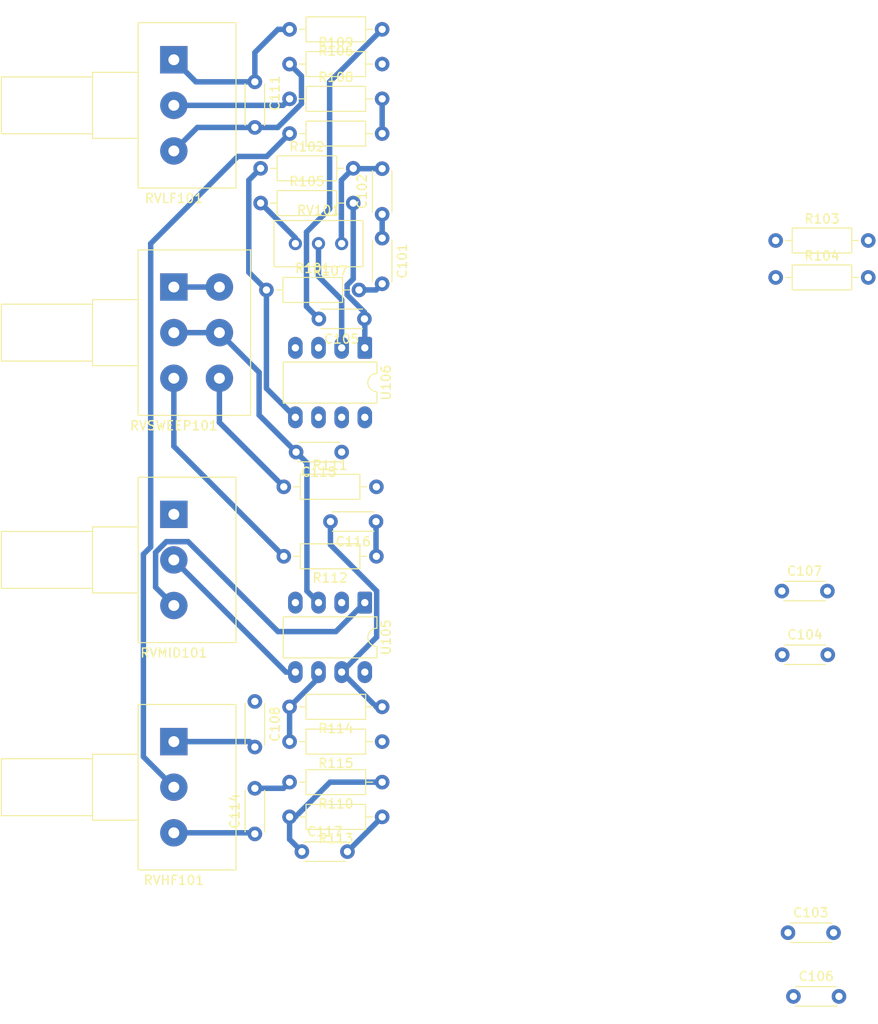
<source format=kicad_pcb>
(kicad_pcb (version 20241229) (generator "pcbnew") (generator_version "9.0")
  (layers (0 "F.Cu" signal) (2 "B.Cu" signal) (13 "F.Paste" user) (15 "B.Paste" user) (5 "F.SilkS" user "F.Silkscreen") (7 "B.SilkS" user "B.Silkscreen") (1 "F.Mask" user) (3 "B.Mask" user) (25 "Edge.Cuts" user))
  (net 0 "")
  (net 1 "GND")
  (net 2 "/OUT")
  (net 3 "/IN")
  (net 4 "+12V")
  (net 5 "-12V")
  (net 6 "Net-(U105A-+)")
  (net 7 "Net-(U105A--)")
  (net 8 "Net-(U105B--)")
  (net 9 "Net-(U105B-+)")
  (net 10 "Net-(U106A-+)")
  (net 11 "Net-(U106B--)")
  (net 12 "Net-(U106A--)")
  (net 13 "Net-(U105C-V+)")
  (net 14 "Net-(C102-Pad2)")
  (net 15 "Net-(U105C-V-)")
  (net 16 "Net-(C105-Pad1)")
  (net 17 "Net-(C105-Pad2)")
  (net 18 "Net-(C108-Pad2)")
  (net 19 "Net-(C111-Pad1)")
  (net 20 "Net-(C111-Pad2)")
  (net 21 "Net-(C114-Pad1)")
  (net 22 "Net-(C114-Pad2)")
  (net 23 "Net-(C116-Pad2)")
  (net 24 "Net-(C116-Pad1)")
  (net 25 "Net-(R105-Pad1)")
  (net 26 "Net-(R107-Pad2)")
  (net 27 "Net-(R108-Pad1)")
  (net 28 "Net-(R111-Pad1)")
  (net 29 "Net-(R112-Pad2)")
  (net 30 "Net-(RVSWEEP101-Pad1)")
  (footprint "Capacitor_THT:C_Disc_D4.3mm_W1.9mm_P5.00mm" (layer "F.Cu") (at 259.755 134.62)
    (property "Reference" "C106" (at 2.5 -2.2 0) (layer "F.SilkS"))
    (property "Value" "100n")
    (fp_line (start 0.23 -1.07) (end 0.23 -1.055) (stroke (width 0.12)) (layer "F.SilkS"))
    (fp_line (start 0.23 -1.07) (end 4.77 -1.07) (stroke (width 0.12)) (layer "F.SilkS"))
    (fp_line (start 0.23 1.055) (end 0.23 1.07) (stroke (width 0.12)) (layer "F.SilkS"))
    (fp_line (start 0.23 1.07) (end 4.77 1.07) (stroke (width 0.12)) (layer "F.SilkS"))
    (fp_line (start 4.77 -1.07) (end 4.77 -1.055) (stroke (width 0.12)) (layer "F.SilkS"))
    (fp_line (start 4.77 1.055) (end 4.77 1.07) (stroke (width 0.12)) (layer "F.SilkS"))
    (pad "1" thru_hole circle (at 0 0) (size 1.6 1.6) (drill 0.8) (layers "*.Cu" "*.Mask") (net 1 "GND"))
    (pad "2" thru_hole circle (at 5 0) (size 1.6 1.6) (drill 0.8) (layers "*.Cu" "*.Mask") (net 13 "Net-(U105C-V+)"))
  )
  (footprint "Resistor_THT:R_Axial_DIN0207_L6.3mm_D2.5mm_P10.16mm_Horizontal" (layer "F.Cu") (at 214.63 106.68 180)
    (property "Reference" "R115" (at 5.08 -2.37 0) (layer "F.SilkS"))
    (property "Value" "47k")
    (fp_line (start 9.12 0) (end 8.35 0) (stroke (width 0.12)) (layer "F.SilkS"))
    (fp_line (start 8.35 1.37) (end 8.35 -1.37) (stroke (width 0.12)) (layer "F.SilkS"))
    (fp_line (start 8.35 -1.37) (end 1.81 -1.37) (stroke (width 0.12)) (layer "F.SilkS"))
    (fp_line (start 1.81 1.37) (end 8.35 1.37) (stroke (width 0.12)) (layer "F.SilkS"))
    (fp_line (start 1.81 -1.37) (end 1.81 1.37) (stroke (width 0.12)) (layer "F.SilkS"))
    (fp_line (start 1.04 0) (end 1.81 0) (stroke (width 0.12)) (layer "F.SilkS"))
    (pad "1" thru_hole circle (at 0 0 180) (size 1.6 1.6) (drill 0.8) (layers "*.Cu" "*.Mask") (net 1 "GND"))
    (pad "2" thru_hole oval (at 10.16 0 180) (size 1.6 1.6) (drill 0.8) (layers "*.Cu" "*.Mask") (net 8 "Net-(U105B--)"))
  )
  (footprint "Resistor_THT:R_Axial_DIN0207_L6.3mm_D2.5mm_P10.16mm_Horizontal" (layer "F.Cu") (at 201.295 47.625)
    (property "Reference" "R105" (at 5.08 -2.37 0) (layer "F.SilkS"))
    (property "Value" "4k7")
    (fp_line (start 1.04 0) (end 1.81 0) (stroke (width 0.12)) (layer "F.SilkS"))
    (fp_line (start 1.81 -1.37) (end 1.81 1.37) (stroke (width 0.12)) (layer "F.SilkS"))
    (fp_line (start 1.81 1.37) (end 8.35 1.37) (stroke (width 0.12)) (layer "F.SilkS"))
    (fp_line (start 8.35 -1.37) (end 1.81 -1.37) (stroke (width 0.12)) (layer "F.SilkS"))
    (fp_line (start 8.35 1.37) (end 8.35 -1.37) (stroke (width 0.12)) (layer "F.SilkS"))
    (fp_line (start 9.12 0) (end 8.35 0) (stroke (width 0.12)) (layer "F.SilkS"))
    (pad "1" thru_hole circle (at 0 0) (size 1.6 1.6) (drill 0.8) (layers "*.Cu" "*.Mask") (net 25 "Net-(R105-Pad1)"))
    (pad "2" thru_hole oval (at 10.16 0) (size 1.6 1.6) (drill 0.8) (layers "*.Cu" "*.Mask") (net 16 "Net-(C105-Pad1)"))
  )
  (footprint "Resistor_THT:R_Axial_DIN0207_L6.3mm_D2.5mm_P10.16mm_Horizontal" (layer "F.Cu") (at 204.47 32.385)
    (property "Reference" "R109" (at 5.08 -2.37 0) (layer "F.SilkS"))
    (property "Value" "4k7")
    (fp_line (start 1.04 0) (end 1.81 0) (stroke (width 0.12)) (layer "F.SilkS"))
    (fp_line (start 1.81 -1.37) (end 1.81 1.37) (stroke (width 0.12)) (layer "F.SilkS"))
    (fp_line (start 1.81 1.37) (end 8.35 1.37) (stroke (width 0.12)) (layer "F.SilkS"))
    (fp_line (start 8.35 -1.37) (end 1.81 -1.37) (stroke (width 0.12)) (layer "F.SilkS"))
    (fp_line (start 8.35 1.37) (end 8.35 -1.37) (stroke (width 0.12)) (layer "F.SilkS"))
    (fp_line (start 9.12 0) (end 8.35 0) (stroke (width 0.12)) (layer "F.SilkS"))
    (pad "1" thru_hole circle (at 0 0) (size 1.6 1.6) (drill 0.8) (layers "*.Cu" "*.Mask") (net 20 "Net-(C111-Pad2)"))
    (pad "2" thru_hole oval (at 10.16 0) (size 1.6 1.6) (drill 0.8) (layers "*.Cu" "*.Mask") (net 22 "Net-(C114-Pad2)"))
  )
  (footprint "Potentiometer_THT:Potentiometer_Bourns_3296W_Vertical" (layer "F.Cu") (at 210.185 52.07)
    (property "Reference" "RV101" (at -2.54 -3.66 0) (layer "F.SilkS"))
    (property "Value" "R_Potentiometer_Trim_US")
    (fp_line (start -7.425 -2.53) (end -7.425 2.54) (stroke (width 0.12)) (layer "F.SilkS"))
    (fp_line (start -7.425 -2.53) (end 2.345 -2.53) (stroke (width 0.12)) (layer "F.SilkS"))
    (fp_line (start -7.425 2.54) (end 2.345 2.54) (stroke (width 0.12)) (layer "F.SilkS"))
    (fp_line (start 2.345 -2.53) (end 2.345 2.54) (stroke (width 0.12)) (layer "F.SilkS"))
    (pad "1" thru_hole circle (at 0 0) (size 1.44 1.44) (drill 0.8) (layers "*.Cu" "*.Mask") (net 14 "Net-(C102-Pad2)"))
    (pad "2" thru_hole circle (at -2.54 0) (size 1.44 1.44) (drill 0.8) (layers "*.Cu" "*.Mask") (net 12 "Net-(U106A--)"))
    (pad "3" thru_hole circle (at -5.08 0) (size 1.44 1.44) (drill 0.8) (layers "*.Cu" "*.Mask") (net 25 "Net-(R105-Pad1)"))
  )
  (footprint "Resistor_THT:R_Axial_DIN0207_L6.3mm_D2.5mm_P10.16mm_Horizontal" (layer "F.Cu") (at 203.835 78.74)
    (property "Reference" "R111" (at 5.08 -2.37 0) (layer "F.SilkS"))
    (property "Value" "47k")
    (fp_line (start 1.04 0) (end 1.81 0) (stroke (width 0.12)) (layer "F.SilkS"))
    (fp_line (start 1.81 -1.37) (end 1.81 1.37) (stroke (width 0.12)) (layer "F.SilkS"))
    (fp_line (start 1.81 1.37) (end 8.35 1.37) (stroke (width 0.12)) (layer "F.SilkS"))
    (fp_line (start 8.35 -1.37) (end 1.81 -1.37) (stroke (width 0.12)) (layer "F.SilkS"))
    (fp_line (start 8.35 1.37) (end 8.35 -1.37) (stroke (width 0.12)) (layer "F.SilkS"))
    (fp_line (start 9.12 0) (end 8.35 0) (stroke (width 0.12)) (layer "F.SilkS"))
    (pad "1" thru_hole circle (at 0 0) (size 1.6 1.6) (drill 0.8) (layers "*.Cu" "*.Mask") (net 28 "Net-(R111-Pad1)"))
    (pad "2" thru_hole oval (at 10.16 0) (size 1.6 1.6) (drill 0.8) (layers "*.Cu" "*.Mask") (net 1 "GND"))
  )
  (footprint "Package_DIP:DIP-8_W7.62mm_LongPads" (layer "F.Cu") (at 212.725 91.44 -90)
    (property "Reference" "U105" (at 3.81 -2.33 90) (layer "F.SilkS"))
    (property "Value" "TL072")
    (fp_line (start 1.56 8.95) (end 6.06 8.95) (stroke (width 0.12)) (layer "F.SilkS"))
    (fp_line (start 6.06 8.95) (end 6.06 -1.33) (stroke (width 0.12)) (layer "F.SilkS"))
    (fp_line (start 1.56 -1.33) (end 1.56 8.95) (stroke (width 0.12)) (layer "F.SilkS"))
    (fp_line (start 2.81 -1.33) (end 1.56 -1.33) (stroke (width 0.12)) (layer "F.SilkS"))
    (fp_line (start 6.06 -1.33) (end 4.81 -1.33) (stroke (width 0.12)) (layer "F.SilkS"))
    (fp_arc (start 4.81 -1.33) (mid 3.81 -0.33) (end 2.81 -1.33) (stroke (width 0.12)) (layer "F.SilkS"))
    (pad "1" thru_hole roundrect (at 0 0 270) (size 2.4 1.6) (drill 0.8) (layers "*.Cu" "*.Mask") (roundrect_rratio 0.15625) (net 2 "/OUT"))
    (pad "2" thru_hole oval (at 0 2.54 270) (size 2.4 1.6) (drill 0.8) (layers "*.Cu" "*.Mask") (net 7 "Net-(U105A--)"))
    (pad "3" thru_hole oval (at 0 5.08 270) (size 2.4 1.6) (drill 0.8) (layers "*.Cu" "*.Mask") (net 6 "Net-(U105A-+)"))
    (pad "4" thru_hole oval (at 0 7.62 270) (size 2.4 1.6) (drill 0.8) (layers "*.Cu" "*.Mask") (net 15 "Net-(U105C-V-)"))
    (pad "5" thru_hole oval (at 7.62 7.62 270) (size 2.4 1.6) (drill 0.8) (layers "*.Cu" "*.Mask") (net 9 "Net-(U105B-+)"))
    (pad "6" thru_hole oval (at 7.62 5.08 270) (size 2.4 1.6) (drill 0.8) (layers "*.Cu" "*.Mask") (net 8 "Net-(U105B--)"))
    (pad "7" thru_hole oval (at 7.62 2.54 270) (size 2.4 1.6) (drill 0.8) (layers "*.Cu" "*.Mask") (net 23 "Net-(C116-Pad2)"))
    (pad "8" thru_hole oval (at 7.62 0 270) (size 2.4 1.6) (drill 0.8) (layers "*.Cu" "*.Mask") (net 13 "Net-(U105C-V+)"))
  )
  (footprint "Potentiometer_THT:Potentiometer_Alps_RK163_Dual_Horizontal" (layer "F.Cu") (at 191.77 56.833333)
    (property "Reference" "RVSWEEP101" (at -0.000001 15.199999 180) (layer "F.SilkS"))
    (property "Value" "100KC")
    (fp_line (start -18.92 8.12) (end -18.92 1.88) (stroke (width 0.12)) (layer "F.SilkS"))
    (fp_line (start -8.92 1.88) (end -18.92 1.88) (stroke (width 0.12)) (layer "F.SilkS"))
    (fp_line (start -8.92 8.12) (end -18.92 8.12) (stroke (width 0.12)) (layer "F.SilkS"))
    (fp_line (start -8.92 8.62) (end -8.92 1.38) (stroke (width 0.12)) (layer "F.SilkS"))
    (fp_line (start -3.92 1.38) (end -8.92 1.38) (stroke (width 0.12)) (layer "F.SilkS"))
    (fp_line (start -3.92 8.62) (end -8.92 8.62) (stroke (width 0.12)) (layer "F.SilkS"))
    (fp_line (start -3.92 14.07) (end -3.92 -4.07) (stroke (width 0.12)) (layer "F.SilkS"))
    (fp_line (start 8.42 -4.07) (end -3.92 -4.07) (stroke (width 0.12)) (layer "F.SilkS"))
    (fp_line (start 8.42 14.07) (end -3.92 14.07) (stroke (width 0.12)) (layer "F.SilkS"))
    (fp_line (start 8.42 14.07) (end 8.42 -4.07) (stroke (width 0.12)) (layer "F.SilkS"))
    (pad "1" thru_hole rect (at 0 0 180) (size 3 3) (drill 1.2) (layers "*.Cu" "*.Mask") (net 30 "Net-(RVSWEEP101-Pad1)"))
    (pad "2" thru_hole circle (at 0 5 180) (size 3 3) (drill 1.2) (layers "*.Cu" "*.Mask") (net 6 "Net-(U105A-+)"))
    (pad "3" thru_hole circle (at 0 10 180) (size 3 3) (drill 1.2) (layers "*.Cu" "*.Mask") (net 29 "Net-(R112-Pad2)"))
    (pad "4" thru_hole circle (at 5 0 180) (size 3 3) (drill 1.2) (layers "*.Cu" "*.Mask") (net 30 "Net-(RVSWEEP101-Pad1)"))
    (pad "5" thru_hole circle (at 5 5 180) (size 3 3) (drill 1.2) (layers "*.Cu" "*.Mask") (net 6 "Net-(U105A-+)"))
    (pad "6" thru_hole circle (at 5 10 180) (size 3 3) (drill 1.2) (layers "*.Cu" "*.Mask") (net 28 "Net-(R111-Pad1)"))
  )
  (footprint "Capacitor_THT:C_Disc_D4.3mm_W1.9mm_P5.00mm" (layer "F.Cu") (at 213.955 82.55 180)
    (property "Reference" "C116" (at 2.5 -2.2 0) (layer "F.SilkS"))
    (property "Value" "3n3")
    (fp_line (start 4.77 1.055) (end 4.77 1.07) (stroke (width 0.12)) (layer "F.SilkS"))
    (fp_line (start 4.77 -1.07) (end 4.77 -1.055) (stroke (width 0.12)) (layer "F.SilkS"))
    (fp_line (start 0.23 1.07) (end 4.77 1.07) (stroke (width 0.12)) (layer "F.SilkS"))
    (fp_line (start 0.23 1.055) (end 0.23 1.07) (stroke (width 0.12)) (layer "F.SilkS"))
    (fp_line (start 0.23 -1.07) (end 4.77 -1.07) (stroke (width 0.12)) (layer "F.SilkS"))
    (fp_line (start 0.23 -1.07) (end 0.23 -1.055) (stroke (width 0.12)) (layer "F.SilkS"))
    (pad "1" thru_hole circle (at 0 0 180) (size 1.6 1.6) (drill 0.8) (layers "*.Cu" "*.Mask") (net 24 "Net-(C116-Pad1)"))
    (pad "2" thru_hole circle (at 5 0 180) (size 1.6 1.6) (drill 0.8) (layers "*.Cu" "*.Mask") (net 23 "Net-(C116-Pad2)"))
  )
  (footprint "Capacitor_THT:C_Disc_D4.3mm_W1.9mm_P5.00mm" (layer "F.Cu") (at 214.63 51.475 -90)
    (property "Reference" "C101" (at 2.5 -2.2 90) (layer "F.SilkS"))
    (property "Value" "10u")
    (fp_line (start 0.23 1.07) (end 4.77 1.07) (stroke (width 0.12)) (layer "F.SilkS"))
    (fp_line (start 0.23 1.055) (end 0.23 1.07) (stroke (width 0.12)) (layer "F.SilkS"))
    (fp_line (start 4.77 1.055) (end 4.77 1.07) (stroke (width 0.12)) (layer "F.SilkS"))
    (fp_line (start 0.23 -1.07) (end 0.23 -1.055) (stroke (width 0.12)) (layer "F.SilkS"))
    (fp_line (start 0.23 -1.07) (end 4.77 -1.07) (stroke (width 0.12)) (layer "F.SilkS"))
    (fp_line (start 4.77 -1.07) (end 4.77 -1.055) (stroke (width 0.12)) (layer "F.SilkS"))
    (pad "1" thru_hole circle (at 0 0 270) (size 1.6 1.6) (drill 0.8) (layers "*.Cu" "*.Mask") (net 3 "/IN"))
    (pad "2" thru_hole circle (at 5 0 270) (size 1.6 1.6) (drill 0.8) (layers "*.Cu" "*.Mask") (net 10 "Net-(U106A-+)"))
  )
  (footprint "Potentiometer_THT:Potentiometer_Alps_RK163_Single_Horizontal" (layer "F.Cu") (at 191.77 31.91)
    (property "Reference" "RVLF101" (at 0 15.2 180) (layer "F.SilkS"))
    (property "Value" "100KA")
    (fp_line (start -18.92 8.12) (end -18.92 1.88) (stroke (width 0.12)) (layer "F.SilkS"))
    (fp_line (start -8.92 1.88) (end -18.92 1.88) (stroke (width 0.12)) (layer "F.SilkS"))
    (fp_line (start -8.92 8.12) (end -18.92 8.12) (stroke (width 0.12)) (layer "F.SilkS"))
    (fp_line (start -8.92 8.62) (end -8.92 1.38) (stroke (width 0.12)) (layer "F.SilkS"))
    (fp_line (start -3.92 1.38) (end -8.92 1.38) (stroke (width 0.12)) (layer "F.SilkS"))
    (fp_line (start -3.92 8.62) (end -8.92 8.62) (stroke (width 0.12)) (layer "F.SilkS"))
    (fp_line (start -3.92 14.07) (end -3.92 -4.07) (stroke (width 0.12)) (layer "F.SilkS"))
    (fp_line (start 6.82 -4.07) (end -3.92 -4.07) (stroke (width 0.12)) (layer "F.SilkS"))
    (fp_line (start 6.82 14.07) (end -3.92 14.07) (stroke (width 0.12)) (layer "F.SilkS"))
    (fp_line (start 6.82 14.07) (end 6.82 -4.07) (stroke (width 0.12)) (layer "F.SilkS"))
    (pad "1" thru_hole rect (at 0 0 180) (size 3 3) (drill 1.2) (layers "*.Cu" "*.Mask") (net 19 "Net-(C111-Pad1)"))
    (pad "2" thru_hole circle (at 0 5 180) (size 3 3) (drill 1.2) (layers "*.Cu" "*.Mask") (net 27 "Net-(R108-Pad1)"))
    (pad "3" thru_hole circle (at 0 10 180) (size 3 3) (drill 1.2) (layers "*.Cu" "*.Mask") (net 20 "Net-(C111-Pad2)"))
  )
  (footprint "Capacitor_THT:C_Disc_D4.3mm_W1.9mm_P5.00mm" (layer "F.Cu") (at 258.485 90.17)
    (property "Reference" "C107" (at 2.5 -2.2 0) (layer "F.SilkS"))
    (property "Value" "100n")
    (fp_line (start 0.23 -1.07) (end 0.23 -1.055) (stroke (width 0.12)) (layer "F.SilkS"))
    (fp_line (start 0.23 -1.07) (end 4.77 -1.07) (stroke (width 0.12)) (layer "F.SilkS"))
    (fp_line (start 0.23 1.055) (end 0.23 1.07) (stroke (width 0.12)) (layer "F.SilkS"))
    (fp_line (start 0.23 1.07) (end 4.77 1.07) (stroke (width 0.12)) (layer "F.SilkS"))
    (fp_line (start 4.77 -1.07) (end 4.77 -1.055) (stroke (width 0.12)) (layer "F.SilkS"))
    (fp_line (start 4.77 1.055) (end 4.77 1.07) (stroke (width 0.12)) (layer "F.SilkS"))
    (pad "1" thru_hole circle (at 0 0) (size 1.6 1.6) (drill 0.8) (layers "*.Cu" "*.Mask") (net 15 "Net-(U105C-V-)"))
    (pad "2" thru_hole circle (at 5 0) (size 1.6 1.6) (drill 0.8) (layers "*.Cu" "*.Mask") (net 1 "GND"))
  )
  (footprint "Resistor_THT:R_Axial_DIN0207_L6.3mm_D2.5mm_P10.16mm_Horizontal" (layer "F.Cu") (at 214.63 114.935 180)
    (property "Reference" "R113" (at 5.08 -2.37 0) (layer "F.SilkS"))
    (property "Value" "22k")
    (fp_line (start 9.12 0) (end 8.35 0) (stroke (width 0.12)) (layer "F.SilkS"))
    (fp_line (start 8.35 1.37) (end 8.35 -1.37) (stroke (width 0.12)) (layer "F.SilkS"))
    (fp_line (start 8.35 -1.37) (end 1.81 -1.37) (stroke (width 0.12)) (layer "F.SilkS"))
    (fp_line (start 1.81 1.37) (end 8.35 1.37) (stroke (width 0.12)) (layer "F.SilkS"))
    (fp_line (start 1.81 -1.37) (end 1.81 1.37) (stroke (width 0.12)) (layer "F.SilkS"))
    (fp_line (start 1.04 0) (end 1.81 0) (stroke (width 0.12)) (layer "F.SilkS"))
    (pad "1" thru_hole circle (at 0 0 180) (size 1.6 1.6) (drill 0.8) (layers "*.Cu" "*.Mask") (net 2 "/OUT"))
    (pad "2" thru_hole oval (at 10.16 0 180) (size 1.6 1.6) (drill 0.8) (layers "*.Cu" "*.Mask") (net 7 "Net-(U105A--)"))
  )
  (footprint "Resistor_THT:R_Axial_DIN0207_L6.3mm_D2.5mm_P10.16mm_Horizontal" (layer "F.Cu") (at 213.995 86.36 180)
    (property "Reference" "R112" (at 5.08 -2.37 0) (layer "F.SilkS"))
    (property "Value" "47k")
    (fp_line (start 9.12 0) (end 8.35 0) (stroke (width 0.12)) (layer "F.SilkS"))
    (fp_line (start 8.35 1.37) (end 8.35 -1.37) (stroke (width 0.12)) (layer "F.SilkS"))
    (fp_line (start 8.35 -1.37) (end 1.81 -1.37) (stroke (width 0.12)) (layer "F.SilkS"))
    (fp_line (start 1.81 1.37) (end 8.35 1.37) (stroke (width 0.12)) (layer "F.SilkS"))
    (fp_line (start 1.81 -1.37) (end 1.81 1.37) (stroke (width 0.12)) (layer "F.SilkS"))
    (fp_line (start 1.04 0) (end 1.81 0) (stroke (width 0.12)) (layer "F.SilkS"))
    (pad "1" thru_hole circle (at 0 0 180) (size 1.6 1.6) (drill 0.8) (layers "*.Cu" "*.Mask") (net 24 "Net-(C116-Pad1)"))
    (pad "2" thru_hole oval (at 10.16 0 180) (size 1.6 1.6) (drill 0.8) (layers "*.Cu" "*.Mask") (net 29 "Net-(R112-Pad2)"))
  )
  (footprint "Potentiometer_THT:Potentiometer_Alps_RK163_Single_Horizontal" (layer "F.Cu") (at 191.77 106.68)
    (property "Reference" "RVHF101" (at 0 15.2 180) (layer "F.SilkS"))
    (property "Value" "100KA")
    (fp_line (start -18.92 8.12) (end -18.92 1.88) (stroke (width 0.12)) (layer "F.SilkS"))
    (fp_line (start -8.92 1.88) (end -18.92 1.88) (stroke (width 0.12)) (layer "F.SilkS"))
    (fp_line (start -8.92 8.12) (end -18.92 8.12) (stroke (width 0.12)) (layer "F.SilkS"))
    (fp_line (start -8.92 8.62) (end -8.92 1.38) (stroke (width 0.12)) (layer "F.SilkS"))
    (fp_line (start -3.92 1.38) (end -8.92 1.38) (stroke (width 0.12)) (layer "F.SilkS"))
    (fp_line (start -3.92 8.62) (end -8.92 8.62) (stroke (width 0.12)) (layer "F.SilkS"))
    (fp_line (start -3.92 14.07) (end -3.92 -4.07) (stroke (width 0.12)) (layer "F.SilkS"))
    (fp_line (start 6.82 -4.07) (end -3.92 -4.07) (stroke (width 0.12)) (layer "F.SilkS"))
    (fp_line (start 6.82 14.07) (end -3.92 14.07) (stroke (width 0.12)) (layer "F.SilkS"))
    (fp_line (start 6.82 14.07) (end 6.82 -4.07) (stroke (width 0.12)) (layer "F.SilkS"))
    (pad "1" thru_hole rect (at 0 0 180) (size 3 3) (drill 1.2) (layers "*.Cu" "*.Mask") (net 18 "Net-(C108-Pad2)"))
    (pad "2" thru_hole circle (at 0 5 180) (size 3 3) (drill 1.2) (layers "*.Cu" "*.Mask") (net 26 "Net-(R107-Pad2)"))
    (pad "3" thru_hole circle (at 0 10 180) (size 3 3) (drill 1.2) (layers "*.Cu" "*.Mask") (net 21 "Net-(C114-Pad1)"))
  )
  (footprint "Resistor_THT:R_Axial_DIN0207_L6.3mm_D2.5mm_P10.16mm_Horizontal" (layer "F.Cu") (at 214.63 40.005 180)
    (property "Reference" "R107" (at 5.715 -15.07 0) (layer "F.SilkS"))
    (property "Value" "8k2")
    (fp_line (start 9.12 0) (end 8.35 0) (stroke (width 0.12)) (layer "F.SilkS"))
    (fp_line (start 8.35 1.37) (end 8.35 -1.37) (stroke (width 0.12)) (layer "F.SilkS"))
    (fp_line (start 8.35 -1.37) (end 1.81 -1.37) (stroke (width 0.12)) (layer "F.SilkS"))
    (fp_line (start 1.81 1.37) (end 8.35 1.37) (stroke (width 0.12)) (layer "F.SilkS"))
    (fp_line (start 1.81 -1.37) (end 1.81 1.37) (stroke (width 0.12)) (layer "F.SilkS"))
    (fp_line (start 1.04 0) (end 1.81 0) (stroke (width 0.12)) (layer "F.SilkS"))
    (pad "1" thru_hole circle (at 0 0 180) (size 1.6 1.6) (drill 0.8) (layers "*.Cu" "*.Mask") (net 11 "Net-(U106B--)"))
    (pad "2" thru_hole oval (at 10.16 0 180) (size 1.6 1.6) (drill 0.8) (layers "*.Cu" "*.Mask") (net 26 "Net-(R107-Pad2)"))
  )
  (footprint "Capacitor_THT:C_Disc_D4.3mm_W1.9mm_P5.00mm" (layer "F.Cu") (at 200.66 116.8 90)
    (property "Reference" "C114" (at 2.5 -2.2 90) (layer "F.SilkS"))
    (property "Value" "2n2")
    (fp_line (start 4.77 -1.07) (end 4.77 -1.055) (stroke (width 0.12)) (layer "F.SilkS"))
    (fp_line (start 0.23 -1.07) (end 4.77 -1.07) (stroke (width 0.12)) (layer "F.SilkS"))
    (fp_line (start 0.23 -1.07) (end 0.23 -1.055) (stroke (width 0.12)) (layer "F.SilkS"))
    (fp_line (start 4.77 1.055) (end 4.77 1.07) (stroke (width 0.12)) (layer "F.SilkS"))
    (fp_line (start 0.23 1.055) (end 0.23 1.07) (stroke (width 0.12)) (layer "F.SilkS"))
    (fp_line (start 0.23 1.07) (end 4.77 1.07) (stroke (width 0.12)) (layer "F.SilkS"))
    (pad "1" thru_hole circle (at 0 0 90) (size 1.6 1.6) (drill 0.8) (layers "*.Cu" "*.Mask") (net 21 "Net-(C114-Pad1)"))
    (pad "2" thru_hole circle (at 5 0 90) (size 1.6 1.6) (drill 0.8) (layers "*.Cu" "*.Mask") (net 22 "Net-(C114-Pad2)"))
  )
  (footprint "Potentiometer_THT:Potentiometer_Alps_RK163_Single_Horizontal" (layer "F.Cu") (at 191.77 81.756667)
    (property "Reference" "RVMID101" (at 0 15.2 180) (layer "F.SilkS"))
    (property "Value" "100KA")
    (fp_line (start -18.92 8.12) (end -18.92 1.88) (stroke (width 0.12)) (layer "F.SilkS"))
    (fp_line (start -8.92 1.88) (end -18.92 1.88) (stroke (width 0.12)) (layer "F.SilkS"))
    (fp_line (start -8.92 8.12) (end -18.92 8.12) (stroke (width 0.12)) (layer "F.SilkS"))
    (fp_line (start -8.92 8.62) (end -8.92 1.38) (stroke (width 0.12)) (layer "F.SilkS"))
    (fp_line (start -3.92 1.38) (end -8.92 1.38) (stroke (width 0.12)) (layer "F.SilkS"))
    (fp_line (start -3.92 8.62) (end -8.92 8.62) (stroke (width 0.12)) (layer "F.SilkS"))
    (fp_line (start -3.92 14.07) (end -3.92 -4.07) (stroke (width 0.12)) (layer "F.SilkS"))
    (fp_line (start 6.82 -4.07) (end -3.92 -4.07) (stroke (width 0.12)) (layer "F.SilkS"))
    (fp_line (start 6.82 14.07) (end -3.92 14.07) (stroke (width 0.12)) (layer "F.SilkS"))
    (fp_line (start 6.82 14.07) (end 6.82 -4.07) (stroke (width 0.12)) (layer "F.SilkS"))
    (pad "1" thru_hole rect (at 0 0 180) (size 3 3) (drill 1.2) (layers "*.Cu" "*.Mask") (net 22 "Net-(C114-Pad2)"))
    (pad "2" thru_hole circle (at 0 5 180) (size 3 3) (drill 1.2) (layers "*.Cu" "*.Mask") (net 9 "Net-(U105B-+)"))
    (pad "3" thru_hole circle (at 0 10 180) (size 3 3) (drill 1.2) (layers "*.Cu" "*.Mask") (net 2 "/OUT"))
  )
  (footprint "Resistor_THT:R_Axial_DIN0207_L6.3mm_D2.5mm_P10.16mm_Horizontal" (layer "F.Cu") (at 201.93 57.15)
    (property "Reference" "R101" (at 5.08 -2.37 0) (layer "F.SilkS"))
    (property "Value" "4k7")
    (fp_line (start 1.04 0) (end 1.81 0) (stroke (width 0.12)) (layer "F.SilkS"))
    (fp_line (start 1.81 -1.37) (end 1.81 1.37) (stroke (width 0.12)) (layer "F.SilkS"))
    (fp_line (start 1.81 1.37) (end 8.35 1.37) (stroke (width 0.12)) (layer "F.SilkS"))
    (fp_line (start 8.35 -1.37) (end 1.81 -1.37) (stroke (width 0.12)) (layer "F.SilkS"))
    (fp_line (start 8.35 1.37) (end 8.35 -1.37) (stroke (width 0.12)) (layer "F.SilkS"))
    (fp_line (start 9.12 0) (end 8.35 0) (stroke (width 0.12)) (layer "F.SilkS"))
    (pad "1" thru_hole circle (at 0 0) (size 1.6 1.6) (drill 0.8) (layers "*.Cu" "*.Mask") (net 1 "GND"))
    (pad "2" thru_hole oval (at 10.16 0) (size 1.6 1.6) (drill 0.8) (layers "*.Cu" "*.Mask") (net 10 "Net-(U106A-+)"))
  )
  (footprint "Resistor_THT:R_Axial_DIN0207_L6.3mm_D2.5mm_P10.16mm_Horizontal" (layer "F.Cu") (at 214.63 28.575 180)
    (property "Reference" "R106" (at 5.08 -2.37 0) (layer "F.SilkS"))
    (property "Value" "4k7")
    (fp_line (start 9.12 0) (end 8.35 0) (stroke (width 0.12)) (layer "F.SilkS"))
    (fp_line (start 8.35 1.37) (end 8.35 -1.37) (stroke (width 0.12)) (layer "F.SilkS"))
    (fp_line (start 8.35 -1.37) (end 1.81 -1.37) (stroke (width 0.12)) (layer "F.SilkS"))
    (fp_line (start 1.81 1.37) (end 8.35 1.37) (stroke (width 0.12)) (layer "F.SilkS"))
    (fp_line (start 1.81 -1.37) (end 1.81 1.37) (stroke (width 0.12)) (layer "F.SilkS"))
    (fp_line (start 1.04 0) (end 1.81 0) (stroke (width 0.12)) (layer "F.SilkS"))
    (pad "1" thru_hole circle (at 0 0 180) (size 1.6 1.6) (drill 0.8) (layers "*.Cu" "*.Mask") (net 17 "Net-(C105-Pad2)"))
    (pad "2" thru_hole oval (at 10.16 0 180) (size 1.6 1.6) (drill 0.8) (layers "*.Cu" "*.Mask") (net 19 "Net-(C111-Pad1)"))
  )
  (footprint "Capacitor_THT:C_Disc_D4.3mm_W1.9mm_P5.00mm" (layer "F.Cu") (at 200.66 102.275 -90)
    (property "Reference" "C108" (at 2.5 -2.2 90) (layer "F.SilkS"))
    (property "Value" "2n2")
    (fp_line (start 0.23 1.07) (end 4.77 1.07) (stroke (width 0.12)) (layer "F.SilkS"))
    (fp_line (start 0.23 1.055) (end 0.23 1.07) (stroke (width 0.12)) (layer "F.SilkS"))
    (fp_line (start 4.77 1.055) (end 4.77 1.07) (stroke (width 0.12)) (layer "F.SilkS"))
    (fp_line (start 0.23 -1.07) (end 0.23 -1.055) (stroke (width 0.12)) (layer "F.SilkS"))
    (fp_line (start 0.23 -1.07) (end 4.77 -1.07) (stroke (width 0.12)) (layer "F.SilkS"))
    (fp_line (start 4.77 -1.07) (end 4.77 -1.055) (stroke (width 0.12)) (layer "F.SilkS"))
    (pad "1" thru_hole circle (at 0 0 270) (size 1.6 1.6) (drill 0.8) (layers "*.Cu" "*.Mask") (net 17 "Net-(C105-Pad2)"))
    (pad "2" thru_hole circle (at 5 0 270) (size 1.6 1.6) (drill 0.8) (layers "*.Cu" "*.Mask") (net 18 "Net-(C108-Pad2)"))
  )
  (footprint "Resistor_THT:R_Axial_DIN0207_L6.3mm_D2.5mm_P10.16mm_Horizontal" (layer "F.Cu") (at 201.295 43.815)
    (property "Reference" "R102" (at 5.08 -2.37 0) (layer "F.SilkS"))
    (property "Value" "4k7")
    (fp_line (start 1.04 0) (end 1.81 0) (stroke (width 0.12)) (layer "F.SilkS"))
    (fp_line (start 1.81 -1.37) (end 1.81 1.37) (stroke (width 0.12)) (layer "F.SilkS"))
    (fp_line (start 1.81 1.37) (end 8.35 1.37) (stroke (width 0.12)) (layer "F.SilkS"))
    (fp_line (start 8.35 -1.37) (end 1.81 -1.37) (stroke (width 0.12)) (layer "F.SilkS"))
    (fp_line (start 8.35 1.37) (end 8.35 -1.37) (stroke (width 0.12)) (layer "F.SilkS"))
    (fp_line (start 9.12 0) (end 8.35 0) (stroke (width 0.12)) (layer "F.SilkS"))
    (pad "1" thru_hole circle (at 0 0) (size 1.6 1.6) (drill 0.8) (layers "*.Cu" "*.Mask") (net 1 "GND"))
    (pad "2" thru_hole oval (at 10.16 0) (size 1.6 1.6) (drill 0.8) (layers "*.Cu" "*.Mask") (net 14 "Net-(C102-Pad2)"))
  )
  (footprint "Capacitor_THT:C_Disc_D4.3mm_W1.9mm_P5.00mm" (layer "F.Cu") (at 259.16 127.635)
    (property "Reference" "C103" (at 2.5 -2.2 0) (layer "F.SilkS"))
    (property "Value" "100n")
    (fp_line (start 0.23 -1.07) (end 0.23 -1.055) (stroke (width 0.12)) (layer "F.SilkS"))
    (fp_line (start 0.23 -1.07) (end 4.77 -1.07) (stroke (width 0.12)) (layer "F.SilkS"))
    (fp_line (start 0.23 1.055) (end 0.23 1.07) (stroke (width 0.12)) (layer "F.SilkS"))
    (fp_line (start 0.23 1.07) (end 4.77 1.07) (stroke (width 0.12)) (layer "F.SilkS"))
    (fp_line (start 4.77 -1.07) (end 4.77 -1.055) (stroke (width 0.12)) (layer "F.SilkS"))
    (fp_line (start 4.77 1.055) (end 4.77 1.07) (stroke (width 0.12)) (layer "F.SilkS"))
    (pad "1" thru_hole circle (at 0 0) (size 1.6 1.6) (drill 0.8) (layers "*.Cu" "*.Mask") (net 1 "GND"))
    (pad "2" thru_hole circle (at 5 0) (size 1.6 1.6) (drill 0.8) (layers "*.Cu" "*.Mask") (net 13 "Net-(U105C-V+)"))
  )
  (footprint "Capacitor_THT:C_Disc_D4.3mm_W1.9mm_P5.00mm" (layer "F.Cu") (at 205.82 118.745)
    (property "Reference" "C117" (at 2.5 -2.2 0) (layer "F.SilkS"))
    (property "Value" "22p")
    (fp_line (start 0.23 -1.07) (end 0.23 -1.055) (stroke (width 0.12)) (layer "F.SilkS"))
    (fp_line (start 0.23 -1.07) (end 4.77 -1.07) (stroke (width 0.12)) (layer "F.SilkS"))
    (fp_line (start 0.23 1.055) (end 0.23 1.07) (stroke (width 0.12)) (layer "F.SilkS"))
    (fp_line (start 0.23 1.07) (end 4.77 1.07) (stroke (width 0.12)) (layer "F.SilkS"))
    (fp_line (start 4.77 -1.07) (end 4.77 -1.055) (stroke (width 0.12)) (layer "F.SilkS"))
    (fp_line (start 4.77 1.055) (end 4.77 1.07) (stroke (width 0.12)) (layer "F.SilkS"))
    (pad "1" thru_hole circle (at 0 0) (size 1.6 1.6) (drill 0.8) (layers "*.Cu" "*.Mask") (net 7 "Net-(U105A--)"))
    (pad "2" thru_hole circle (at 5 0) (size 1.6 1.6) (drill 0.8) (layers "*.Cu" "*.Mask") (net 2 "/OUT"))
  )
  (footprint "Capacitor_THT:C_Disc_D4.3mm_W1.9mm_P5.00mm" (layer "F.Cu") (at 210.185 74.93 180)
    (property "Reference" "C115" (at 2.5 -2.2 0) (layer "F.SilkS"))
    (property "Value" "3n3")
    (fp_line (start 4.77 1.055) (end 4.77 1.07) (stroke (width 0.12)) (layer "F.SilkS"))
    (fp_line (start 4.77 -1.07) (end 4.77 -1.055) (stroke (width 0.12)) (layer "F.SilkS"))
    (fp_line (start 0.23 1.07) (end 4.77 1.07) (stroke (width 0.12)) (layer "F.SilkS"))
    (fp_line (start 0.23 1.055) (end 0.23 1.07) (stroke (width 0.12)) (layer "F.SilkS"))
    (fp_line (start 0.23 -1.07) (end 4.77 -1.07) (stroke (width 0.12)) (layer "F.SilkS"))
    (fp_line (start 0.23 -1.07) (end 0.23 -1.055) (stroke (width 0.12)) (layer "F.SilkS"))
    (pad "1" thru_hole circle (at 0 0 180) (size 1.6 1.6) (drill 0.8) (layers "*.Cu" "*.Mask") (net 1 "GND"))
    (pad "2" thru_hole circle (at 5 0 180) (size 1.6 1.6) (drill 0.8) (layers "*.Cu" "*.Mask") (net 6 "Net-(U105A-+)"))
  )
  (footprint "Capacitor_THT:C_Disc_D4.3mm_W1.9mm_P5.00mm" (layer "F.Cu") (at 214.63 48.855 90)
    (property "Reference" "C102" (at 2.5 -2.2 90) (layer "F.SilkS"))
    (property "Value" "10u")
    (fp_line (start 4.77 -1.07) (end 4.77 -1.055) (stroke (width 0.12)) (layer "F.SilkS"))
    (fp_line (start 0.23 -1.07) (end 4.77 -1.07) (stroke (width 0.12)) (layer "F.SilkS"))
    (fp_line (start 0.23 -1.07) (end 0.23 -1.055) (stroke (width 0.12)) (layer "F.SilkS"))
    (fp_line (start 4.77 1.055) (end 4.77 1.07) (stroke (width 0.12)) (layer "F.SilkS"))
    (fp_line (start 0.23 1.055) (end 0.23 1.07) (stroke (width 0.12)) (layer "F.SilkS"))
    (fp_line (start 0.23 1.07) (end 4.77 1.07) (stroke (width 0.12)) (layer "F.SilkS"))
    (pad "1" thru_hole circle (at 0 0 90) (size 1.6 1.6) (drill 0.8) (layers "*.Cu" "*.Mask") (net 3 "/IN"))
    (pad "2" thru_hole circle (at 5 0 90) (size 1.6 1.6) (drill 0.8) (layers "*.Cu" "*.Mask") (net 14 "Net-(C102-Pad2)"))
  )
  (footprint "Package_DIP:DIP-8_W7.62mm_LongPads" (layer "F.Cu") (at 212.725 63.5 -90)
    (property "Reference" "U106" (at 3.81 -2.33 90) (layer "F.SilkS"))
    (property "Value" "TL072")
    (fp_line (start 1.56 8.95) (end 6.06 8.95) (stroke (width 0.12)) (layer "F.SilkS"))
    (fp_line (start 6.06 8.95) (end 6.06 -1.33) (stroke (width 0.12)) (layer "F.SilkS"))
    (fp_line (start 1.56 -1.33) (end 1.56 8.95) (stroke (width 0.12)) (layer "F.SilkS"))
    (fp_line (start 2.81 -1.33) (end 1.56 -1.33) (stroke (width 0.12)) (layer "F.SilkS"))
    (fp_line (start 6.06 -1.33) (end 4.81 -1.33) (stroke (width 0.12)) (layer "F.SilkS"))
    (fp_arc (start 4.81 -1.33) (mid 3.81 -0.33) (end 2.81 -1.33) (stroke (width 0.12)) (layer "F.SilkS"))
    (pad "1" thru_hole roundrect (at 0 0 270) (size 2.4 1.6) (drill 0.8) (layers "*.Cu" "*.Mask") (roundrect_rratio 0.15625) (net 16 "Net-(C105-Pad1)"))
    (pad "2" thru_hole oval (at 0 2.54 270) (size 2.4 1.6) (drill 0.8) (layers "*.Cu" "*.Mask") (net 12 "Net-(U106A--)"))
    (pad "3" thru_hole oval (at 0 5.08 270) (size 2.4 1.6) (drill 0.8) (layers "*.Cu" "*.Mask") (net 10 "Net-(U106A-+)"))
    (pad "4" thru_hole oval (at 0 7.62 270) (size 2.4 1.6) (drill 0.8) (layers "*.Cu" "*.Mask") (net 15 "Net-(U105C-V-)"))
    (pad "5" thru_hole oval (at 7.62 7.62 270) (size 2.4 1.6) (drill 0.8) (layers "*.Cu" "*.Mask") (net 1 "GND"))
    (pad "6" thru_hole oval (at 7.62 5.08 270) (size 2.4 1.6) (drill 0.8) (layers "*.Cu" "*.Mask") (net 11 "Net-(U106B--)"))
    (pad "7" thru_hole oval (at 7.62 2.54 270) (size 2.4 1.6) (drill 0.8) (layers "*.Cu" "*.Mask") (net 22 "Net-(C114-Pad2)"))
    (pad "8" thru_hole oval (at 7.62 0 270) (size 2.4 1.6) (drill 0.8) (layers "*.Cu" "*.Mask") (net 13 "Net-(U105C-V+)"))
  )
  (footprint "Resistor_THT:R_Axial_DIN0207_L6.3mm_D2.5mm_P10.16mm_Horizontal" (layer "F.Cu") (at 214.63 102.87 180)
    (property "Reference" "R114" (at 5.08 -2.37 0) (layer "F.SilkS"))
    (property "Value" "8k2")
    (fp_line (start 9.12 0) (end 8.35 0) (stroke (width 0.12)) (layer "F.SilkS"))
    (fp_line (start 8.35 1.37) (end 8.35 -1.37) (stroke (width 0.12)) (layer "F.SilkS"))
    (fp_line (start 8.35 -1.37) (end 1.81 -1.37) (stroke (width 0.12)) (layer "F.SilkS"))
    (fp_line (start 1.81 1.37) (end 8.35 1.37) (stroke (width 0.12)) (layer "F.SilkS"))
    (fp_line (start 1.81 -1.37) (end 1.81 1.37) (stroke (width 0.12)) (layer "F.SilkS"))
    (fp_line (start 1.04 0) (end 1.81 0) (stroke (width 0.12)) (layer "F.SilkS"))
    (pad "1" thru_hole circle (at 0 0 180) (size 1.6 1.6) (drill 0.8) (layers "*.Cu" "*.Mask") (net 23 "Net-(C116-Pad2)"))
    (pad "2" thru_hole oval (at 10.16 0 180) (size 1.6 1.6) (drill 0.8) (layers "*.Cu" "*.Mask") (net 8 "Net-(U105B--)"))
  )
  (footprint "Resistor_THT:R_Axial_DIN0207_L6.3mm_D2.5mm_P10.16mm_Horizontal" (layer "F.Cu") (at 257.81 55.78)
    (property "Reference" "R104" (at 5.08 -2.37 0) (layer "F.SilkS"))
    (property "Value" "100")
    (fp_line (start 1.04 0) (end 1.81 0) (stroke (width 0.12)) (layer "F.SilkS"))
    (fp_line (start 1.81 -1.37) (end 1.81 1.37) (stroke (width 0.12)) (layer "F.SilkS"))
    (fp_line (start 1.81 1.37) (end 8.35 1.37) (stroke (width 0.12)) (layer "F.SilkS"))
    (fp_line (start 8.35 -1.37) (end 1.81 -1.37) (stroke (width 0.12)) (layer "F.SilkS"))
    (fp_line (start 8.35 1.37) (end 8.35 -1.37) (stroke (width 0.12)) (layer "F.SilkS"))
    (fp_line (start 9.12 0) (end 8.35 0) (stroke (width 0.12)) (layer "F.SilkS"))
    (pad "1" thru_hole circle (at 0 0) (size 1.6 1.6) (drill 0.8) (layers "*.Cu" "*.Mask") (net 5 "-12V"))
    (pad "2" thru_hole oval (at 10.16 0) (size 1.6 1.6) (drill 0.8) (layers "*.Cu" "*.Mask") (net 15 "Net-(U105C-V-)"))
  )
  (footprint "Capacitor_THT:C_Disc_D4.3mm_W1.9mm_P5.00mm" (layer "F.Cu") (at 200.66 34.33 -90)
    (property "Reference" "C111" (at 1.23 -2.2 90) (layer "F.SilkS"))
    (property "Value" "47n")
    (fp_line (start 0.23 1.07) (end 4.77 1.07) (stroke (width 0.12)) (layer "F.SilkS"))
    (fp_line (start 0.23 1.055) (end 0.23 1.07) (stroke (width 0.12)) (layer "F.SilkS"))
    (fp_line (start 4.77 1.055) (end 4.77 1.07) (stroke (width 0.12)) (layer "F.SilkS"))
    (fp_line (start 0.23 -1.07) (end 0.23 -1.055) (stroke (width 0.12)) (layer "F.SilkS"))
    (fp_line (start 0.23 -1.07) (end 4.77 -1.07) (stroke (width 0.12)) (layer "F.SilkS"))
    (fp_line (start 4.77 -1.07) (end 4.77 -1.055) (stroke (width 0.12)) (layer "F.SilkS"))
    (pad "1" thru_hole circle (at 0 0 270) (size 1.6 1.6) (drill 0.8) (layers "*.Cu" "*.Mask") (net 19 "Net-(C111-Pad1)"))
    (pad "2" thru_hole circle (at 5 0 270) (size 1.6 1.6) (drill 0.8) (layers "*.Cu" "*.Mask") (net 20 "Net-(C111-Pad2)"))
  )
  (footprint "Resistor_THT:R_Axial_DIN0207_L6.3mm_D2.5mm_P10.16mm_Horizontal" (layer "F.Cu") (at 204.47 36.195)
    (property "Reference" "R108" (at 5.08 -2.37 0) (layer "F.SilkS"))
    (property "Value" "47k")
    (fp_line (start 1.04 0) (end 1.81 0) (stroke (width 0.12)) (layer "F.SilkS"))
    (fp_line (start 1.81 -1.37) (end 1.81 1.37) (stroke (width 0.12)) (layer "F.SilkS"))
    (fp_line (start 1.81 1.37) (end 8.35 1.37) (stroke (width 0.12)) (layer "F.SilkS"))
    (fp_line (start 8.35 -1.37) (end 1.81 -1.37) (stroke (width 0.12)) (layer "F.SilkS"))
    (fp_line (start 8.35 1.37) (end 8.35 -1.37) (stroke (width 0.12)) (layer "F.SilkS"))
    (fp_line (start 9.12 0) (end 8.35 0) (stroke (width 0.12)) (layer "F.SilkS"))
    (pad "1" thru_hole circle (at 0 0) (size 1.6 1.6) (drill 0.8) (layers "*.Cu" "*.Mask") (net 27 "Net-(R108-Pad1)"))
    (pad "2" thru_hole oval (at 10.16 0) (size 1.6 1.6) (drill 0.8) (layers "*.Cu" "*.Mask") (net 11 "Net-(U106B--)"))
  )
  (footprint "Resistor_THT:R_Axial_DIN0207_L6.3mm_D2.5mm_P10.16mm_Horizontal" (layer "F.Cu") (at 257.81 51.73)
    (property "Reference" "R103" (at 5.08 -2.37 0) (layer "F.SilkS"))
    (property "Value" "100")
    (fp_line (start 1.04 0) (end 1.81 0) (stroke (width 0.12)) (layer "F.SilkS"))
    (fp_line (start 1.81 -1.37) (end 1.81 1.37) (stroke (width 0.12)) (layer "F.SilkS"))
    (fp_line (start 1.81 1.37) (end 8.35 1.37) (stroke (width 0.12)) (layer "F.SilkS"))
    (fp_line (start 8.35 -1.37) (end 1.81 -1.37) (stroke (width 0.12)) (layer "F.SilkS"))
    (fp_line (start 8.35 1.37) (end 8.35 -1.37) (stroke (width 0.12)) (layer "F.SilkS"))
    (fp_line (start 9.12 0) (end 8.35 0) (stroke (width 0.12)) (layer "F.SilkS"))
    (pad "1" thru_hole circle (at 0 0) (size 1.6 1.6) (drill 0.8) (layers "*.Cu" "*.Mask") (net 4 "+12V"))
    (pad "2" thru_hole oval (at 10.16 0) (size 1.6 1.6) (drill 0.8) (layers "*.Cu" "*.Mask") (net 13 "Net-(U105C-V+)"))
  )
  (footprint "Capacitor_THT:C_Disc_D4.3mm_W1.9mm_P5.00mm" (layer "F.Cu") (at 258.525 97.155)
    (property "Reference" "C104" (at 2.5 -2.2 0) (layer "F.SilkS"))
    (property "Value" "100n")
    (fp_line (start 0.23 -1.07) (end 0.23 -1.055) (stroke (width 0.12)) (layer "F.SilkS"))
    (fp_line (start 0.23 -1.07) (end 4.77 -1.07) (stroke (width 0.12)) (layer "F.SilkS"))
    (fp_line (start 0.23 1.055) (end 0.23 1.07) (stroke (width 0.12)) (layer "F.SilkS"))
    (fp_line (start 0.23 1.07) (end 4.77 1.07) (stroke (width 0.12)) (layer "F.SilkS"))
    (fp_line (start 4.77 -1.07) (end 4.77 -1.055) (stroke (width 0.12)) (layer "F.SilkS"))
    (fp_line (start 4.77 1.055) (end 4.77 1.07) (stroke (width 0.12)) (layer "F.SilkS"))
    (pad "1" thru_hole circle (at 0 0) (size 1.6 1.6) (drill 0.8) (layers "*.Cu" "*.Mask") (net 15 "Net-(U105C-V-)"))
    (pad "2" thru_hole circle (at 5 0) (size 1.6 1.6) (drill 0.8) (layers "*.Cu" "*.Mask") (net 1 "GND"))
  )
  (footprint "Resistor_THT:R_Axial_DIN0207_L6.3mm_D2.5mm_P10.16mm_Horizontal" (layer "F.Cu") (at 214.63 111.125 180)
    (property "Reference" "R110" (at 5.08 -2.37 0) (layer "F.SilkS"))
    (property "Value" "22k")
    (fp_line (start 9.12 0) (end 8.35 0) (stroke (width 0.12)) (layer "F.SilkS"))
    (fp_line (start 8.35 1.37) (end 8.35 -1.37) (stroke (width 0.12)) (layer "F.SilkS"))
    (fp_line (start 8.35 -1.37) (end 1.81 -1.37) (stroke (width 0.12)) (layer "F.SilkS"))
    (fp_line (start 1.81 1.37) (end 8.35 1.37) (stroke (width 0.12)) (layer "F.SilkS"))
    (fp_line (start 1.81 -1.37) (end 1.81 1.37) (stroke (width 0.12)) (layer "F.SilkS"))
    (fp_line (start 1.04 0) (end 1.81 0) (stroke (width 0.12)) (layer "F.SilkS"))
    (pad "1" thru_hole circle (at 0 0 180) (size 1.6 1.6) (drill 0.8) (layers "*.Cu" "*.Mask") (net 7 "Net-(U105A--)"))
    (pad "2" thru_hole oval (at 10.16 0 180) (size 1.6 1.6) (drill 0.8) (layers "*.Cu" "*.Mask") (net 22 "Net-(C114-Pad2)"))
  )
  (footprint "Capacitor_THT:C_Disc_D4.3mm_W1.9mm_P5.00mm" (layer "F.Cu") (at 212.685 60.325 180)
    (property "Reference" "C105" (at 2.5 -2.2 0) (layer "F.SilkS"))
    (property "Value" "10u")
    (fp_line (start 4.77 1.055) (end 4.77 1.07) (stroke (width 0.12)) (layer "F.SilkS"))
    (fp_line (start 4.77 -1.07) (end 4.77 -1.055) (stroke (width 0.12)) (layer "F.SilkS"))
    (fp_line (start 0.23 1.07) (end 4.77 1.07) (stroke (width 0.12)) (layer "F.SilkS"))
    (fp_line (start 0.23 1.055) (end 0.23 1.07) (stroke (width 0.12)) (layer "F.SilkS"))
    (fp_line (start 0.23 -1.07) (end 4.77 -1.07) (stroke (width 0.12)) (layer "F.SilkS"))
    (fp_line (start 0.23 -1.07) (end 0.23 -1.055) (stroke (width 0.12)) (layer "F.SilkS"))
    (pad "1" thru_hole circle (at 0 0 180) (size 1.6 1.6) (drill 0.8) (layers "*.Cu" "*.Mask") (net 16 "Net-(C105-Pad1)"))
    (pad "2" thru_hole circle (at 5 0 180) (size 1.6 1.6) (drill 0.8) (layers "*.Cu" "*.Mask") (net 17 "Net-(C105-Pad2)"))
  )
  (segment (start 201.295 43.815) (end 199.994 45.116) (width 0.6) (layer "B.Cu") (net 1))
  (segment (start 199.994 55.214) (end 201.93 57.15) (width 0.6) (layer "B.Cu") (net 1))
  (segment (start 201.93 67.945) (end 205.105 71.12) (width 0.6) (layer "B.Cu") (net 1))
  (segment (start 201.93 57.15) (end 201.93 67.945) (width 0.6) (layer "B.Cu") (net 1))
  (segment (start 199.994 45.116) (end 199.994 55.214) (width 0.6) (layer "B.Cu") (net 1))
  (segment (start 193.340667 84.755667) (end 203.2 94.615) (width 0.6) (layer "B.Cu") (net 2))
  (segment (start 203.2 94.615) (end 209.55 94.615) (width 0.6) (layer "B.Cu") (net 2))
  (segment (start 191.77 91.756667) (end 189.769 89.755667) (width 0.6) (layer "B.Cu") (net 2))
  (segment (start 190.941158 84.755667) (end 193.340667 84.755667) (width 0.6) (layer "B.Cu") (net 2))
  (segment (start 189.769 85.927825) (end 190.941158 84.755667) (width 0.6) (layer "B.Cu") (net 2))
  (segment (start 189.769 89.755667) (end 189.769 85.927825) (width 0.6) (layer "B.Cu") (net 2))
  (segment (start 209.55 94.615) (end 212.725 91.44) (width 0.6) (layer "B.Cu") (net 2))
  (segment (start 210.82 118.745) (end 214.63 114.935) (width 0.6) (layer "B.Cu") (net 2))
  (segment (start 214.63 51.475) (end 214.63 48.855) (width 0.6) (layer "B.Cu") (net 3))
  (segment (start 206.375 76.12) (end 205.185 74.93) (width 0.6) (layer "B.Cu") (net 6))
  (segment (start 191.77 61.833333) (end 196.77 61.833333) (width 0.6) (layer "B.Cu") (net 6))
  (segment (start 196.77 61.833333) (end 201.13 66.193333) (width 0.6) (layer "B.Cu") (net 6))
  (segment (start 206.375 90.17) (end 206.375 76.12) (width 0.6) (layer "B.Cu") (net 6))
  (segment (start 201.13 70.875) (end 205.185 74.93) (width 0.6) (layer "B.Cu") (net 6))
  (segment (start 201.13 66.193333) (end 201.13 70.875) (width 0.6) (layer "B.Cu") (net 6))
  (segment (start 207.645 91.44) (end 206.375 90.17) (width 0.6) (layer "B.Cu") (net 6))
  (segment (start 205.105 114.935) (end 208.915 111.125) (width 0.6) (layer "B.Cu") (net 7))
  (segment (start 204.47 114.935) (end 204.47 117.395) (width 0.6) (layer "B.Cu") (net 7))
  (segment (start 204.47 114.935) (end 205.105 114.935) (width 0.6) (layer "B.Cu") (net 7))
  (segment (start 204.47 117.395) (end 205.82 118.745) (width 0.6) (layer "B.Cu") (net 7))
  (segment (start 208.915 111.125) (end 214.63 111.125) (width 0.6) (layer "B.Cu") (net 7))
  (segment (start 204.47 106.68) (end 204.47 102.87) (width 0.6) (layer "B.Cu") (net 8))
  (segment (start 207.645 99.06) (end 207.645 99.695) (width 0.6) (layer "B.Cu") (net 8))
  (segment (start 207.645 99.695) (end 204.47 102.87) (width 0.6) (layer "B.Cu") (net 8))
  (segment (start 191.77 86.756667) (end 204.073333 99.06) (width 0.6) (layer "B.Cu") (net 9))
  (segment (start 204.073333 99.06) (end 205.105 99.06) (width 0.6) (layer "B.Cu") (net 9))
  (segment (start 213.955 57.15) (end 214.63 56.475) (width 0.6) (layer "B.Cu") (net 10))
  (segment (start 212.09 57.15) (end 213.955 57.15) (width 0.6) (layer "B.Cu") (net 10))
  (segment (start 214.63 36.195) (end 214.63 40.005) (width 0.6) (layer "B.Cu") (net 11))
  (segment (start 210.185 58.216263) (end 210.185 63.5) (width 0.6) (layer "B.Cu") (net 12))
  (segment (start 207.645 55.676262) (end 210.185 58.216263) (width 0.6) (layer "B.Cu") (net 12))
  (segment (start 207.645 52.07) (end 207.645 55.676262) (width 0.6) (layer "B.Cu") (net 12))
  (segment (start 210.154 52.039) (end 210.154 45.116) (width 0.6) (layer "B.Cu") (net 14))
  (segment (start 211.495 43.855) (end 211.455 43.815) (width 0.6) (layer "B.Cu") (net 14))
  (segment (start 210.154 45.116) (end 211.455 43.815) (width 0.6) (layer "B.Cu") (net 14))
  (segment (start 210.185 52.07) (end 210.154 52.039) (width 0.6) (layer "B.Cu") (net 14))
  (segment (start 214.63 43.855) (end 211.495 43.855) (width 0.6) (layer "B.Cu") (net 14))
  (segment (start 212.725 60.365) (end 212.685 60.325) (width 0.6) (layer "B.Cu") (net 16))
  (segment (start 211.455 47.625) (end 211.455 55.945108) (width 0.6) (layer "B.Cu") (net 16))
  (segment (start 212.685 59.584892) (end 212.685 60.325) (width 0.6) (layer "B.Cu") (net 16))
  (segment (start 210.789 57.688892) (end 212.685 59.584892) (width 0.6) (layer "B.Cu") (net 16))
  (segment (start 211.455 55.945108) (end 210.789 56.611108) (width 0.6) (layer "B.Cu") (net 16))
  (segment (start 210.789 56.611108) (end 210.789 57.688892) (width 0.6) (layer "B.Cu") (net 16))
  (segment (start 212.725 63.5) (end 212.725 60.365) (width 0.6) (layer "B.Cu") (net 16))
  (segment (start 214.63 28.575) (end 208.866 34.339) (width 0.6) (layer "B.Cu") (net 17))
  (segment (start 208.866 34.339) (end 208.866 48.26) (width 0.6) (layer "B.Cu") (net 17))
  (segment (start 206.326 50.8) (end 208.866 48.26) (width 0.6) (layer "B.Cu") (net 17))
  (segment (start 206.326 58.966) (end 206.326 50.8) (width 0.6) (layer "B.Cu") (net 17))
  (segment (start 207.685 60.325) (end 206.326 58.966) (width 0.6) (layer "B.Cu") (net 17))
  (segment (start 191.77 106.68) (end 200.065 106.68) (width 0.6) (layer "B.Cu") (net 18))
  (segment (start 200.065 106.68) (end 200.66 107.275) (width 0.6) (layer "B.Cu") (net 18))
  (segment (start 204.47 28.575) (end 203.2 28.575) (width 0.6) (layer "B.Cu") (net 19))
  (segment (start 203.2 28.575) (end 200.66 31.115) (width 0.6) (layer "B.Cu") (net 19))
  (segment (start 200.66 31.115) (end 200.66 34.33) (width 0.6) (layer "B.Cu") (net 19))
  (segment (start 194.19 34.33) (end 191.77 31.91) (width 0.6) (layer "B.Cu") (net 19))
  (segment (start 200.66 34.33) (end 194.19 34.33) (width 0.6) (layer "B.Cu") (net 19))
  (segment (start 205.771 36.733892) (end 205.771 33.686) (width 0.6) (layer "B.Cu") (net 20))
  (segment (start 205.771 33.686) (end 204.47 32.385) (width 0.6) (layer "B.Cu") (net 20))
  (segment (start 194.35 39.33) (end 200.66 39.33) (width 0.6) (layer "B.Cu") (net 20))
  (segment (start 203.174892 39.33) (end 205.771 36.733892) (width 0.6) (layer "B.Cu") (net 20))
  (segment (start 200.66 39.33) (end 203.174892 39.33) (width 0.6) (layer "B.Cu") (net 20))
  (segment (start 191.77 41.91) (end 194.35 39.33) (width 0.6) (layer "B.Cu") (net 20))
  (segment (start 191.77 116.68) (end 200.54 116.68) (width 0.6) (layer "B.Cu") (net 21))
  (segment (start 200.54 116.68) (end 200.66 116.8) (width 0.6) (layer "B.Cu") (net 21))
  (segment (start 203.795 111.8) (end 204.47 111.125) (width 0.6) (layer "B.Cu") (net 22))
  (segment (start 200.66 111.8) (end 203.795 111.8) (width 0.6) (layer "B.Cu") (net 22))
  (segment (start 210.185 99.06) (end 213.995 102.87) (width 0.6) (layer "B.Cu") (net 23))
  (segment (start 214.026 90.171998) (end 214.026 95.219) (width 0.6) (layer "B.Cu") (net 23))
  (segment (start 208.955 85.100998) (end 214.026 90.171998) (width 0.6) (layer "B.Cu") (net 23))
  (segment (start 214.026 95.219) (end 210.185 99.06) (width 0.6) (layer "B.Cu") (net 23))
  (segment (start 213.995 102.87) (end 214.63 102.87) (width 0.6) (layer "B.Cu") (net 23))
  (segment (start 208.955 82.55) (end 208.955 85.100998) (width 0.6) (layer "B.Cu") (net 23))
  (segment (start 213.955 82.55) (end 213.955 86.32) (width 0.6) (layer "B.Cu") (net 24))
  (segment (start 213.955 86.32) (end 213.995 86.36) (width 0.6) (layer "B.Cu") (net 24))
  (segment (start 205.105 51.435) (end 205.105 52.07) (width 0.6) (layer "B.Cu") (net 25))
  (segment (start 201.295 47.625) (end 205.105 51.435) (width 0.6) (layer "B.Cu") (net 25))
  (segment (start 198.786 42.514) (end 189.23 52.07) (width 0.6) (layer "B.Cu") (net 26))
  (segment (start 204.47 40.005) (end 201.961 42.514) (width 0.6) (layer "B.Cu") (net 26))
  (segment (start 188.43 108.34) (end 191.77 111.68) (width 0.6) (layer "B.Cu") (net 26))
  (segment (start 189.23 85.335454) (end 188.43 86.135454) (width 0.6) (layer "B.Cu") (net 26))
  (segment (start 201.961 42.514) (end 198.786 42.514) (width 0.6) (layer "B.Cu") (net 26))
  (segment (start 188.43 86.135454) (end 188.43 108.34) (width 0.6) (layer "B.Cu") (net 26))
  (segment (start 189.23 52.07) (end 189.23 85.335454) (width 0.6) (layer "B.Cu") (net 26))
  (segment (start 191.77 36.91) (end 203.755 36.91) (width 0.6) (layer "B.Cu") (net 27))
  (segment (start 203.755 36.91) (end 204.47 36.195) (width 0.6) (layer "B.Cu") (net 27))
  (segment (start 196.77 66.833333) (end 196.77 71.675) (width 0.6) (layer "B.Cu") (net 28))
  (segment (start 196.77 71.675) (end 203.835 78.74) (width 0.6) (layer "B.Cu") (net 28))
  (segment (start 191.77 74.295) (end 203.835 86.36) (width 0.6) (layer "B.Cu") (net 29))
  (segment (start 191.77 66.833333) (end 191.77 74.295) (width 0.6) (layer "B.Cu") (net 29))
  (segment (start 196.77 56.833333) (end 191.77 56.833333) (width 0.6) (layer "B.Cu") (net 30))
)
</source>
